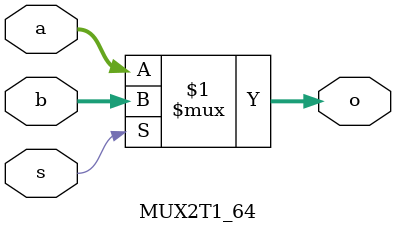
<source format=v>
`timescale 1ns / 1ps


module MUX2T1_64(
    input [63:0]a,
    input [63:0]b,
    input s,
    output [63:0]o
    );
    assign o = s ? b : a;
endmodule

</source>
